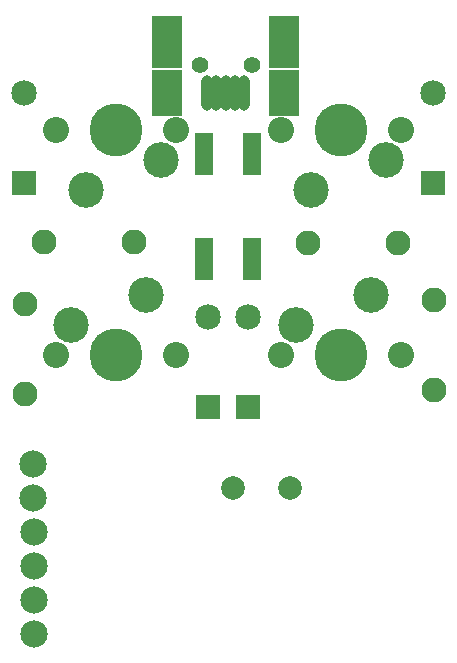
<source format=gbs>
G04 #@! TF.FileFunction,Soldermask,Bot*
%FSLAX46Y46*%
G04 Gerber Fmt 4.6, Leading zero omitted, Abs format (unit mm)*
G04 Created by KiCad (PCBNEW 4.0.2-stable) date Tuesday, August 23, 2016 'PMt' 01:57:14 PM*
%MOMM*%
G01*
G04 APERTURE LIST*
%ADD10C,0.020000*%
%ADD11R,2.557780X4.508500*%
%ADD12R,2.557780X4.008120*%
%ADD13O,1.008400X3.008000*%
%ADD14C,1.408000*%
%ADD15C,2.108000*%
%ADD16R,1.508000X3.608000*%
%ADD17C,2.009140*%
%ADD18C,4.488180*%
%ADD19C,3.007360*%
%ADD20C,2.207260*%
%ADD21C,2.159000*%
%ADD22R,2.159000X2.159000*%
%ADD23C,2.308000*%
G04 APERTURE END LIST*
D10*
D11*
X229181660Y-145381980D03*
X219331540Y-145381980D03*
D12*
X219331540Y-149633940D03*
X229181660Y-149633940D03*
D13*
X224256600Y-149633900D03*
X223456500Y-149633900D03*
X222656400Y-149633900D03*
X225056700Y-149633900D03*
X225856800Y-149633900D03*
D14*
X222056600Y-147283000D03*
X226456600Y-147283000D03*
D15*
X241909600Y-167233600D03*
X241909600Y-174853600D03*
D16*
X226461300Y-163758800D03*
X222460800Y-154858800D03*
X226458800Y-154858800D03*
X222460800Y-163758800D03*
D17*
X229745540Y-183108600D03*
X224863660Y-183108600D03*
D18*
X214985600Y-171881800D03*
D19*
X217525600Y-166801800D03*
X211175600Y-169341800D03*
D20*
X209905600Y-171881800D03*
X220065600Y-171881800D03*
D18*
X234035600Y-171881800D03*
D19*
X236575600Y-166801800D03*
X230225600Y-169341800D03*
D20*
X228955600Y-171881800D03*
X239115600Y-171881800D03*
D18*
X214985600Y-152831800D03*
D19*
X212445600Y-157911800D03*
X218795600Y-155371800D03*
D20*
X220065600Y-152831800D03*
X209905600Y-152831800D03*
D18*
X234035600Y-152831800D03*
D19*
X231495600Y-157911800D03*
X237845600Y-155371800D03*
D20*
X239115600Y-152831800D03*
X228955600Y-152831800D03*
D21*
X222808800Y-168605200D03*
D22*
X222808800Y-176225200D03*
D21*
X226187000Y-168605200D03*
D22*
X226187000Y-176225200D03*
D21*
X207162400Y-149682200D03*
D22*
X207162400Y-157302200D03*
D21*
X241858800Y-149682200D03*
D22*
X241858800Y-157302200D03*
D15*
X207238600Y-175133000D03*
X207238600Y-167513000D03*
X208889600Y-162306000D03*
X216509600Y-162306000D03*
X231267000Y-162407600D03*
X238887000Y-162407600D03*
D23*
X208013300Y-195440300D03*
X208013300Y-186829700D03*
X208013300Y-192570100D03*
X207987900Y-183959500D03*
X208013300Y-189699900D03*
X207987900Y-181089300D03*
M02*

</source>
